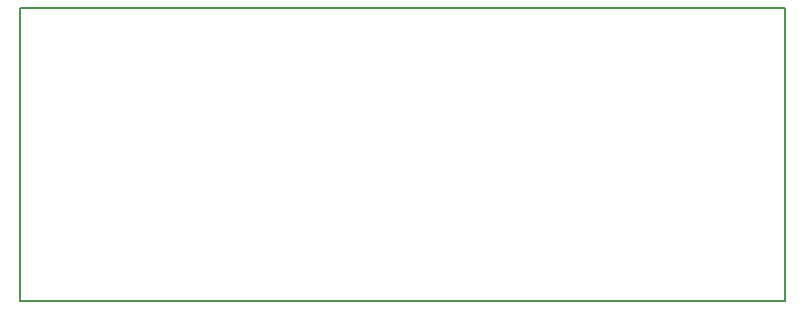
<source format=gm1>
G04 #@! TF.FileFunction,Profile,NP*
%FSLAX46Y46*%
G04 Gerber Fmt 4.6, Leading zero omitted, Abs format (unit mm)*
G04 Created by KiCad (PCBNEW 4.0.1-stable) date 2017-05-24 4:48:35 PM*
%MOMM*%
G01*
G04 APERTURE LIST*
%ADD10C,0.100000*%
%ADD11C,0.150000*%
G04 APERTURE END LIST*
D10*
D11*
X129540000Y-120755000D02*
X129540000Y-121390000D01*
X129540000Y-96625000D02*
X129540000Y-120755000D01*
X194310000Y-96625000D02*
X129540000Y-96625000D01*
X194310000Y-121390000D02*
X194310000Y-96625000D01*
X129540000Y-121390000D02*
X194310000Y-121390000D01*
M02*

</source>
